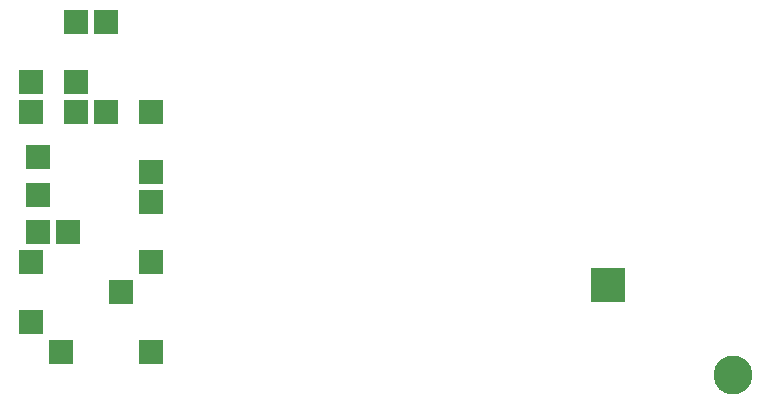
<source format=gtp>
G04 MADE WITH FRITZING*
G04 WWW.FRITZING.ORG*
G04 DOUBLE SIDED*
G04 HOLES PLATED*
G04 CONTOUR ON CENTER OF CONTOUR VECTOR*
%ASAXBY*%
%FSLAX23Y23*%
%MOIN*%
%OFA0B0*%
%SFA1.0B1.0*%
%ADD10C,0.130000*%
%ADD11R,0.118110X0.118110*%
%ADD12R,0.083333X0.083465*%
%ADD13R,0.083465X0.083465*%
%LNPASTEMASK1*%
G90*
G70*
G54D10*
X2609Y422D03*
X2609Y422D03*
G54D11*
X2194Y722D03*
G54D12*
X669Y797D03*
X269Y1397D03*
X394Y897D03*
X294Y897D03*
X294Y1147D03*
X294Y1022D03*
X419Y1397D03*
X519Y1297D03*
X669Y1297D03*
G54D13*
X419Y1297D03*
G54D12*
X269Y1297D03*
X669Y1097D03*
X669Y997D03*
X369Y497D03*
X669Y497D03*
X269Y597D03*
X519Y1597D03*
X419Y1597D03*
X569Y697D03*
X269Y797D03*
G04 End of PasteMask1*
M02*
</source>
